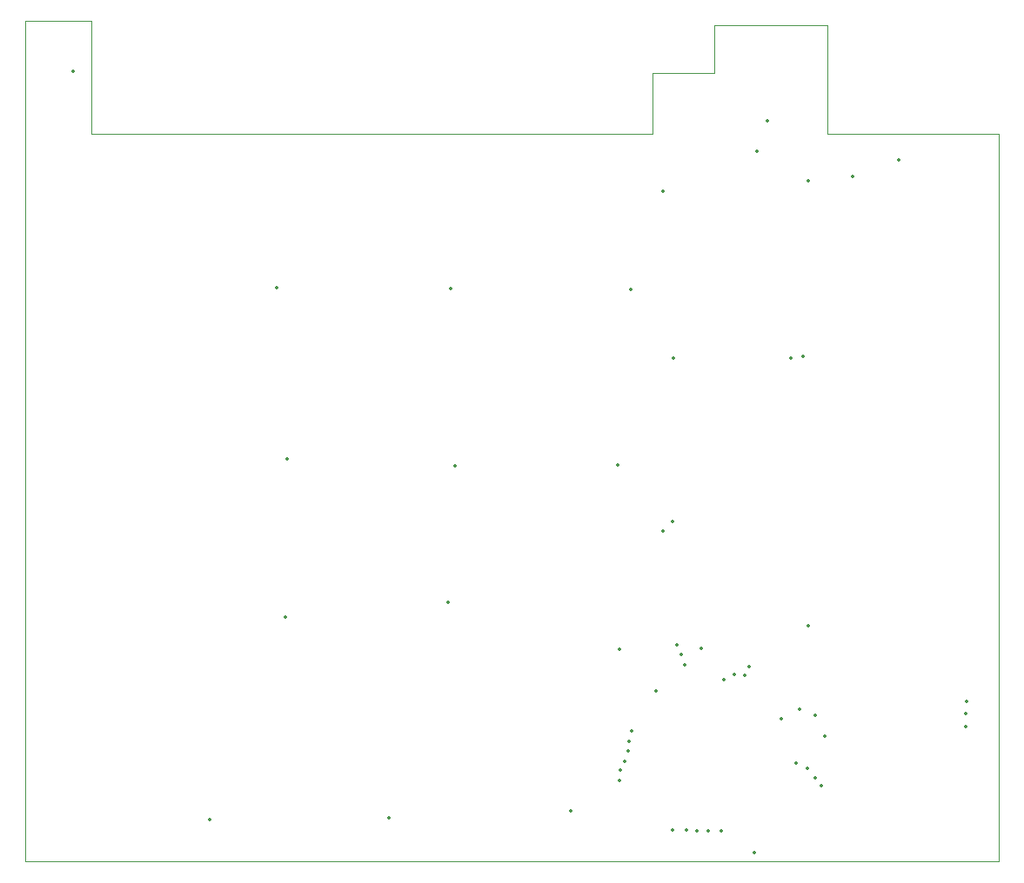
<source format=gbr>
%TF.GenerationSoftware,KiCad,Pcbnew,(6.0.9)*%
%TF.CreationDate,2023-01-09T12:39:33+09:00*%
%TF.ProjectId,split-mini__right,73706c69-742d-46d6-996e-695f5f726967,rev?*%
%TF.SameCoordinates,Original*%
%TF.FileFunction,Legend,Top*%
%TF.FilePolarity,Positive*%
%FSLAX46Y46*%
G04 Gerber Fmt 4.6, Leading zero omitted, Abs format (unit mm)*
G04 Created by KiCad (PCBNEW (6.0.9)) date 2023-01-09 12:39:33*
%MOMM*%
%LPD*%
G01*
G04 APERTURE LIST*
%TA.AperFunction,Profile*%
%ADD10C,0.100000*%
%TD*%
%ADD11C,0.350000*%
%ADD12O,0.600000X1.400000*%
%ADD13O,0.600000X1.700000*%
%ADD14O,1.000000X1.500000*%
%ADD15C,1.900000*%
%ADD16C,3.000000*%
%ADD17C,4.100000*%
%ADD18C,0.650000*%
%ADD19O,1.000000X1.800000*%
%ADD20O,1.000000X2.100000*%
%ADD21C,1.200000*%
%ADD22O,1.700000X2.500000*%
G04 APERTURE END LIST*
D10*
X90236197Y-19693424D02*
X101236197Y-19693424D01*
X117950000Y-101175000D02*
X23150000Y-101175000D01*
X117950000Y-30325000D02*
X117950000Y-101175000D01*
X23150000Y-101175000D02*
X23150000Y-19325000D01*
X29650000Y-30325000D02*
X84236197Y-30325000D01*
X29650000Y-19325000D02*
X29650000Y-30325000D01*
X84236197Y-30325000D02*
X84236197Y-24325000D01*
X101236197Y-19693424D02*
X101236197Y-30325000D01*
X84236197Y-24325000D02*
X90236197Y-24325000D01*
X90236197Y-24325000D02*
X90236197Y-19693424D01*
X101236197Y-30325000D02*
X117950000Y-30325000D01*
X23150000Y-19325000D02*
X29650000Y-19325000D01*
D11*
X27800000Y-24200000D03*
X108200000Y-32800000D03*
X41100000Y-97100000D03*
X90950000Y-98200000D03*
X58550000Y-96900000D03*
X89675000Y-98175000D03*
X76300000Y-96250000D03*
X88552262Y-98215632D03*
X48475000Y-77350000D03*
X87512500Y-98137500D03*
X86200000Y-98075000D03*
X64300000Y-75900000D03*
X48650000Y-61950000D03*
X81043566Y-93297605D03*
X65000000Y-62675000D03*
X81131794Y-92302005D03*
X80976305Y-80526305D03*
X81556248Y-91397105D03*
X80850000Y-62575000D03*
X81841185Y-90439077D03*
X47625000Y-45250000D03*
X81977407Y-89448901D03*
X64600000Y-45400000D03*
X82200000Y-88474500D03*
X82125000Y-45425000D03*
X84600000Y-84600000D03*
X94175000Y-100275000D03*
X98500000Y-86325000D03*
X86143357Y-68025500D03*
X88975000Y-80400000D03*
X85214500Y-69000000D03*
X86225000Y-52100000D03*
X85250000Y-35900000D03*
X93212500Y-83062500D03*
X92175000Y-82925000D03*
X91175000Y-83475000D03*
X98200000Y-91625000D03*
X96775000Y-87275000D03*
X94425000Y-31950000D03*
X114700000Y-88000000D03*
X100685199Y-93810276D03*
X114700000Y-86800000D03*
X100100000Y-93000000D03*
X100050000Y-86950000D03*
X101024799Y-88949799D03*
X87324500Y-82025500D03*
X93643741Y-82160815D03*
X99350000Y-34900000D03*
X99380787Y-78249143D03*
X103700000Y-34450000D03*
X95425000Y-29000000D03*
X86625000Y-80074500D03*
X97712500Y-52162500D03*
X87056186Y-80976212D03*
X98875000Y-52000000D03*
X99300000Y-92100000D03*
X114825000Y-85600000D03*
X79530000Y-73850000D03*
X69370000Y-73850000D03*
X70640000Y-71310000D03*
X76990000Y-68770000D03*
X74450000Y-73850000D03*
X113530000Y-80650000D03*
X108450000Y-80650000D03*
X104640000Y-78110000D03*
X103370000Y-80650000D03*
X110990000Y-75570000D03*
X52355000Y-56855000D03*
X62515000Y-56855000D03*
X59975000Y-51775000D03*
X57435000Y-56855000D03*
X53625000Y-54315000D03*
X69370000Y-39825000D03*
X70640000Y-37285000D03*
X74450000Y-39825000D03*
X76990000Y-34745000D03*
X79530000Y-39825000D03*
X42940000Y-51770000D03*
X35320000Y-56850000D03*
X40400000Y-56850000D03*
X45480000Y-56850000D03*
X36590000Y-54310000D03*
X53190000Y-86620000D03*
X45570000Y-91700000D03*
X50650000Y-91700000D03*
X46840000Y-89160000D03*
X55730000Y-91700000D03*
X93975000Y-71310000D03*
X87625000Y-73850000D03*
X91435000Y-76390000D03*
X96515000Y-76390000D03*
X86355000Y-76390000D03*
X87640000Y-56835000D03*
X91450000Y-59375000D03*
X93990000Y-54295000D03*
X96530000Y-59375000D03*
X86370000Y-59375000D03*
X70640000Y-54310000D03*
X69370000Y-56850000D03*
X74450000Y-56850000D03*
X76990000Y-51770000D03*
X79530000Y-56850000D03*
X113530000Y-63650000D03*
X108450000Y-63650000D03*
X103370000Y-63650000D03*
X104640000Y-61110000D03*
X110990000Y-58570000D03*
X40450000Y-73850000D03*
X36640000Y-71310000D03*
X45530000Y-73850000D03*
X42990000Y-68770000D03*
X35370000Y-73850000D03*
X35370000Y-39825000D03*
X45530000Y-39825000D03*
X36640000Y-37285000D03*
X42990000Y-34745000D03*
X40450000Y-39825000D03*
X53615000Y-71310000D03*
X62505000Y-73850000D03*
X59965000Y-68770000D03*
X52345000Y-73850000D03*
X57425000Y-73850000D03*
X113555000Y-46650000D03*
X103395000Y-46650000D03*
X111015000Y-41570000D03*
X104665000Y-44110000D03*
X108475000Y-46650000D03*
X52395000Y-39850000D03*
X57475000Y-39850000D03*
X60015000Y-34770000D03*
X53665000Y-37310000D03*
X62555000Y-39850000D03*
X28570000Y-91700000D03*
X36190000Y-86620000D03*
X38730000Y-91700000D03*
X29840000Y-89160000D03*
X33650000Y-91700000D03*
X91450000Y-42400000D03*
X96530000Y-42400000D03*
X86370000Y-42400000D03*
X87640000Y-39860000D03*
X93990000Y-37320000D03*
X62570000Y-91725000D03*
X70190000Y-86645000D03*
X63840000Y-89185000D03*
X72730000Y-91725000D03*
X67650000Y-91725000D03*
X92860000Y-24790000D03*
X98640000Y-24790000D03*
D12*
X100070000Y-21110000D03*
D13*
X91430000Y-25290000D03*
X100070000Y-25290000D03*
D12*
X91430000Y-21110000D03*
D11*
X26450000Y-27775000D03*
X26450000Y-20775000D03*
D14*
X28550000Y-31075000D03*
X24350000Y-22575000D03*
X24350000Y-25575000D03*
X24350000Y-29575000D03*
%LPC*%
D15*
%TO.C,SW13*%
X79530000Y-73850000D03*
X69370000Y-73850000D03*
D16*
X70640000Y-71310000D03*
X76990000Y-68770000D03*
D17*
X74450000Y-73850000D03*
%TD*%
D15*
%TO.C,SW15*%
X113530000Y-80650000D03*
D17*
X108450000Y-80650000D03*
D16*
X104640000Y-78110000D03*
D15*
X103370000Y-80650000D03*
D16*
X110990000Y-75570000D03*
%TD*%
D15*
%TO.C,SW7*%
X52355000Y-56855000D03*
X62515000Y-56855000D03*
D16*
X59975000Y-51775000D03*
D17*
X57435000Y-56855000D03*
D16*
X53625000Y-54315000D03*
%TD*%
D15*
%TO.C,SW3*%
X69370000Y-39825000D03*
D16*
X70640000Y-37285000D03*
D17*
X74450000Y-39825000D03*
D16*
X76990000Y-34745000D03*
D15*
X79530000Y-39825000D03*
%TD*%
D16*
%TO.C,SW6*%
X42940000Y-51770000D03*
D15*
X35320000Y-56850000D03*
D17*
X40400000Y-56850000D03*
D15*
X45480000Y-56850000D03*
D16*
X36590000Y-54310000D03*
%TD*%
%TO.C,SW17*%
X53190000Y-86620000D03*
D15*
X45570000Y-91700000D03*
D17*
X50650000Y-91700000D03*
D16*
X46840000Y-89160000D03*
D15*
X55730000Y-91700000D03*
%TD*%
D16*
%TO.C,SW14*%
X93975000Y-71310000D03*
X87625000Y-73850000D03*
D17*
X91435000Y-76390000D03*
D15*
X96515000Y-76390000D03*
X86355000Y-76390000D03*
%TD*%
D16*
%TO.C,SW9*%
X87640000Y-56835000D03*
D17*
X91450000Y-59375000D03*
D16*
X93990000Y-54295000D03*
D15*
X96530000Y-59375000D03*
X86370000Y-59375000D03*
%TD*%
D16*
%TO.C,SW8*%
X70640000Y-54310000D03*
D15*
X69370000Y-56850000D03*
D17*
X74450000Y-56850000D03*
D16*
X76990000Y-51770000D03*
D15*
X79530000Y-56850000D03*
%TD*%
%TO.C,SW10*%
X113530000Y-63650000D03*
D17*
X108450000Y-63650000D03*
D15*
X103370000Y-63650000D03*
D16*
X104640000Y-61110000D03*
X110990000Y-58570000D03*
%TD*%
D17*
%TO.C,SW11*%
X40450000Y-73850000D03*
D16*
X36640000Y-71310000D03*
D15*
X45530000Y-73850000D03*
D16*
X42990000Y-68770000D03*
D15*
X35370000Y-73850000D03*
%TD*%
%TO.C,SW1*%
X35370000Y-39825000D03*
X45530000Y-39825000D03*
D16*
X36640000Y-37285000D03*
X42990000Y-34745000D03*
D17*
X40450000Y-39825000D03*
%TD*%
D16*
%TO.C,SW12*%
X53615000Y-71310000D03*
D15*
X62505000Y-73850000D03*
D16*
X59965000Y-68770000D03*
D15*
X52345000Y-73850000D03*
D17*
X57425000Y-73850000D03*
%TD*%
D15*
%TO.C,SW5*%
X113555000Y-46650000D03*
X103395000Y-46650000D03*
D16*
X111015000Y-41570000D03*
X104665000Y-44110000D03*
D17*
X108475000Y-46650000D03*
%TD*%
D15*
%TO.C,SW2*%
X52395000Y-39850000D03*
D17*
X57475000Y-39850000D03*
D16*
X60015000Y-34770000D03*
X53665000Y-37310000D03*
D15*
X62555000Y-39850000D03*
%TD*%
%TO.C,SW16*%
X28570000Y-91700000D03*
D16*
X36190000Y-86620000D03*
D15*
X38730000Y-91700000D03*
D16*
X29840000Y-89160000D03*
D17*
X33650000Y-91700000D03*
%TD*%
%TO.C,SW4*%
X91450000Y-42400000D03*
D15*
X96530000Y-42400000D03*
X86370000Y-42400000D03*
D16*
X87640000Y-39860000D03*
X93990000Y-37320000D03*
%TD*%
D15*
%TO.C,SW18*%
X62570000Y-91725000D03*
D16*
X70190000Y-86645000D03*
X63840000Y-89185000D03*
D15*
X72730000Y-91725000D03*
D17*
X67650000Y-91725000D03*
%TD*%
D18*
%TO.C,J1*%
X92860000Y-24790000D03*
X98640000Y-24790000D03*
D19*
X100070000Y-21110000D03*
D20*
X91430000Y-25290000D03*
X100070000Y-25290000D03*
D19*
X91430000Y-21110000D03*
%TD*%
D21*
%TO.C,J2*%
X26450000Y-27775000D03*
X26450000Y-20775000D03*
D22*
X28550000Y-31075000D03*
X24350000Y-22575000D03*
X24350000Y-25575000D03*
X24350000Y-29575000D03*
%TD*%
M02*

</source>
